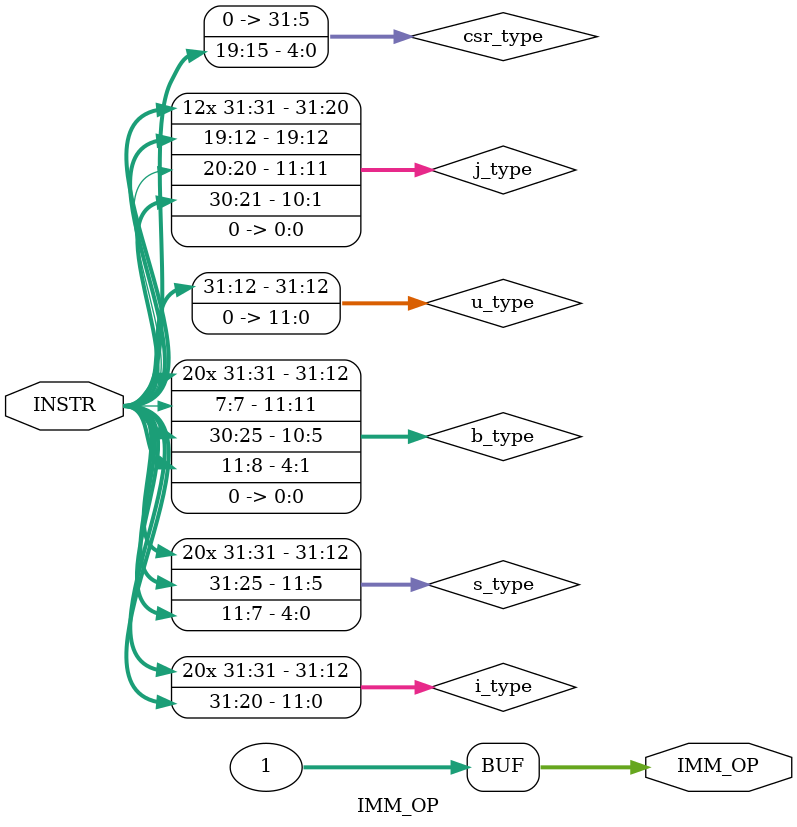
<source format=v>
`timescale 1ns / 1ps

`define NOP_INSTR           32'b000000000000_00000_000_00000_0010011
//10010011
`define OPCODE_OP           5'b01100 //0B
`define OPCODE_OP_IMM       5'b00100 //04 I
`define OPCODE_LOAD         5'b00000 //00 I
`define OPCODE_STORE        5'b01000 //08 S
`define OPCODE_BRANCH       5'b11000 //18 B
`define OPCODE_JAL          5'b11011 //1C J
`define OPCODE_JALR         5'b11001 //19 I
`define OPCODE_LUI          5'b01101 //0D U
`define OPCODE_AUIPC        5'b00101 //05 U
`define OPCODE_MISC_MEM     5'b00011 //03 
`define OPCODE_SYSTEM       5'b11100 //1c I

// immediate format selection

`define R_TYPE              3'b000 //0
`define I_TYPE              3'b001 //1
`define S_TYPE              3'b010 //2
`define B_TYPE              3'b011 //3
`define U_TYPE              3'b100 //4
`define J_TYPE              3'b101 //5
`define CSR_TYPE            3'b110 //6
//////////////////////////////////////////////////////////////////////////////////
// Company: 
// Engineer: 
// 
// Create Date: 06/11/2021 10:46:54 PM
// Design Name: 
// Module Name: IMM_OP
// Project Name: 
// Target Devices: 
// Tool Versions: 
// Description: 
// 
// Dependencies: 
// 
// Revision:
// Revision 0.01 - File Created
// Additional Comments:
// 
//////////////////////////////////////////////////////////////////////////////////


`timescale 1ns / 1ps
//`include "GLOBALS.v"

module IMM_OP (
    
    input  [31:0] INSTR,
    output reg [31:0] IMM_OP
    
    );
    
    wire [31:0] i_type;
    wire [31:0] s_type;
    wire [31:0] b_type;
    wire [31:0] u_type;
    wire [31:0] j_type;
    wire [31:0] csr_type;
    
    wire is_branch;
    wire is_jal;
    wire is_jalr;
    wire is_auipc;
    wire is_lui;
    wire is_load;
    wire is_store;
    wire is_system;
    wire is_csr;
    wire is_op;
    wire is_op_imm;
    
    wire [2:0] IMM_TYPE;
    
    assign is_branch = INSTR[6] & INSTR[5] & ~INSTR[4] & ~INSTR[3] & ~INSTR[2];
    assign is_jal = INSTR[6] & INSTR[5] & ~INSTR[4] & INSTR[3] & INSTR[2];
    assign is_jalr = INSTR[6] & INSTR[5] & ~INSTR[4] & ~INSTR[3] & INSTR[2];
    assign is_auipc = ~INSTR[6] & ~INSTR[5] & INSTR[4] & ~INSTR[3] & INSTR[2];
    assign is_lui = ~INSTR[6] & INSTR[5] & INSTR[4] & ~INSTR[3] & INSTR[2];
    assign is_op = ~INSTR[6] & INSTR[5] & INSTR[4] & ~INSTR[3] & ~INSTR[2];
    assign is_op_imm = ~INSTR[6] & ~INSTR[5] & INSTR[4] & ~INSTR[3] & ~INSTR[2];
    
    assign is_load = ~INSTR[6] & ~INSTR[5] & ~INSTR[4] & ~INSTR[3] & ~INSTR[2];
    assign is_store = ~INSTR[6] & INSTR[5] & ~INSTR[4] & ~INSTR[3] & ~INSTR[2];
    assign is_system = INSTR[6] & INSTR[5] & INSTR[4] & ~INSTR[3] & ~INSTR[2];
    assign is_misc_mem = ~INSTR[6] & ~INSTR[5] & ~INSTR[4] & INSTR[3] & INSTR[2];
    
    
    //assign IMM_TYPE[1] =  | is_csr;
    //assign IMM_TYPE[2] = is_lui | is_auipc | is_jal | is_csr;
    
    assign i_type = { {20{INSTR[31]}}, INSTR[31:20] };
    assign s_type = { {20{INSTR[31]}}, INSTR[31:25], INSTR[11:7] };
    assign b_type = { {19{INSTR[31]}}, INSTR[31], INSTR[7], INSTR[30:25], INSTR[11:8], 1'b0 };
    assign u_type = { INSTR[31:12], 12'h000 };
    assign j_type = { {11{INSTR[31]}}, INSTR[31], INSTR[19:12], INSTR[20], INSTR[30:21], 1'b0 };
    assign csr_type = { 27'b0, INSTR[19:15] };
    
    assign IMM_TYPE = {is_lui | is_auipc | is_jal , is_store | is_branch , is_op_imm | is_load | is_jalr | is_branch | is_jal } ;
    
    always @(*)
    begin
    IMM_OP=0;
    #10;
       
       case (IMM_TYPE)
           3'b000: IMM_OP = i_type; 
           `I_TYPE: IMM_OP = i_type;
           `S_TYPE: IMM_OP = s_type;
           `B_TYPE: IMM_OP = b_type;
           `U_TYPE: IMM_OP = u_type;
           `J_TYPE: IMM_OP = j_type;
           `CSR_TYPE: IMM_OP = csr_type;
           3'b111: IMM_OP = i_type;
       endcase
       IMM_OP=1;
    end
    
endmodule

//assign IMM_OP = `S_TYPE == IMM_TYPE ? s_type :
//                                           `B_TYPE == IMM_TYPE ? b_type :
//                                                                         `U_TYPE == IMM_TYPE ? u_type :
//                                                                                                       `J_TYPE == IMM_TYPE ? j_type : 
//                                                                                                                                     //`R_TYPE == IMM_TYPE ? r_type : //R_type just returns I_type which is default
//                                                                                                                                                                   i_type ; // i_type is default, no error checking...                                                                                                       
    
                    
        
        

</source>
